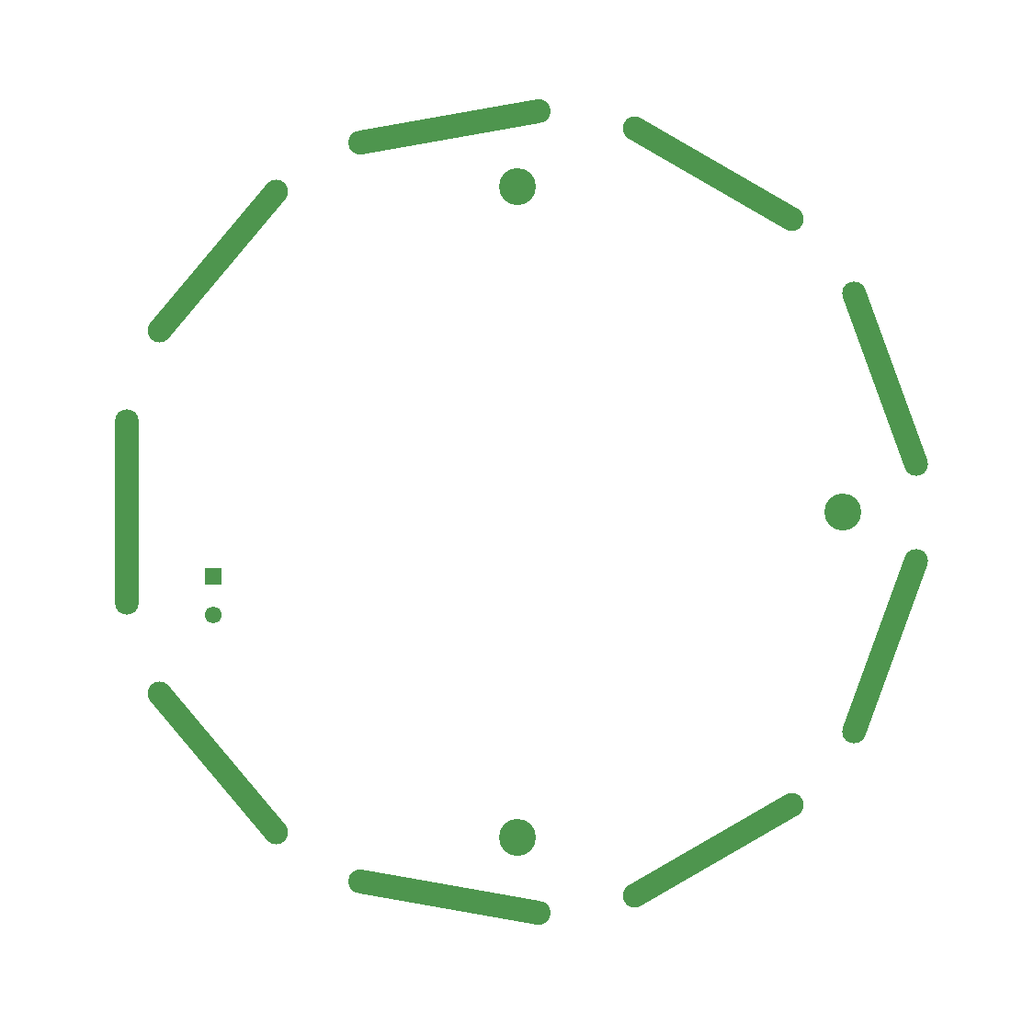
<source format=gts>
G04*
G04 #@! TF.GenerationSoftware,Altium Limited,Altium Designer,21.7.2 (23)*
G04*
G04 Layer_Color=8388736*
%FSTAX44Y44*%
%MOMM*%
G71*
G04*
G04 #@! TF.SameCoordinates,382B67D8-D4E2-4276-A31F-CACD3676A529*
G04*
G04*
G04 #@! TF.FilePolarity,Negative*
G04*
G01*
G75*
G04:AMPARAMS|DCode=11|XSize=2.2mm|YSize=18.9mm|CornerRadius=1.1mm|HoleSize=0mm|Usage=FLASHONLY|Rotation=320.000|XOffset=0mm|YOffset=0mm|HoleType=Round|Shape=RoundedRectangle|*
%AMROUNDEDRECTD11*
21,1,2.2000,16.7000,0,0,320.0*
21,1,0.0000,18.9000,0,0,320.0*
1,1,2.2000,-5.3673,-6.3965*
1,1,2.2000,-5.3673,-6.3965*
1,1,2.2000,5.3673,6.3965*
1,1,2.2000,5.3673,6.3965*
%
%ADD11ROUNDEDRECTD11*%
G04:AMPARAMS|DCode=12|XSize=2.2mm|YSize=18.9mm|CornerRadius=1.1mm|HoleSize=0mm|Usage=FLASHONLY|Rotation=240.000|XOffset=0mm|YOffset=0mm|HoleType=Round|Shape=RoundedRectangle|*
%AMROUNDEDRECTD12*
21,1,2.2000,16.7000,0,0,240.0*
21,1,0.0000,18.9000,0,0,240.0*
1,1,2.2000,-7.2313,4.1750*
1,1,2.2000,-7.2313,4.1750*
1,1,2.2000,7.2313,-4.1750*
1,1,2.2000,7.2313,-4.1750*
%
%ADD12ROUNDEDRECTD12*%
G04:AMPARAMS|DCode=13|XSize=2.2mm|YSize=18.9mm|CornerRadius=1.1mm|HoleSize=0mm|Usage=FLASHONLY|Rotation=160.000|XOffset=0mm|YOffset=0mm|HoleType=Round|Shape=RoundedRectangle|*
%AMROUNDEDRECTD13*
21,1,2.2000,16.7000,0,0,160.0*
21,1,0.0000,18.9000,0,0,160.0*
1,1,2.2000,2.8559,7.8464*
1,1,2.2000,2.8559,7.8464*
1,1,2.2000,-2.8559,-7.8464*
1,1,2.2000,-2.8559,-7.8464*
%
%ADD13ROUNDEDRECTD13*%
G04:AMPARAMS|DCode=14|XSize=2.2mm|YSize=18.9mm|CornerRadius=1.1mm|HoleSize=0mm|Usage=FLASHONLY|Rotation=80.000|XOffset=0mm|YOffset=0mm|HoleType=Round|Shape=RoundedRectangle|*
%AMROUNDEDRECTD14*
21,1,2.2000,16.7000,0,0,80.0*
21,1,0.0000,18.9000,0,0,80.0*
1,1,2.2000,8.2232,-1.4500*
1,1,2.2000,8.2232,-1.4500*
1,1,2.2000,-8.2232,1.4500*
1,1,2.2000,-8.2232,1.4500*
%
%ADD14ROUNDEDRECTD14*%
G04:AMPARAMS|DCode=15|XSize=2.2mm|YSize=18.9mm|CornerRadius=1.1mm|HoleSize=0mm|Usage=FLASHONLY|Rotation=0.000|XOffset=0mm|YOffset=0mm|HoleType=Round|Shape=RoundedRectangle|*
%AMROUNDEDRECTD15*
21,1,2.2000,16.7000,0,0,0.0*
21,1,0.0000,18.9000,0,0,0.0*
1,1,2.2000,0.0000,-8.3500*
1,1,2.2000,0.0000,-8.3500*
1,1,2.2000,0.0000,8.3500*
1,1,2.2000,0.0000,8.3500*
%
%ADD15ROUNDEDRECTD15*%
G04:AMPARAMS|DCode=16|XSize=2.2mm|YSize=18.9mm|CornerRadius=1.1mm|HoleSize=0mm|Usage=FLASHONLY|Rotation=280.000|XOffset=0mm|YOffset=0mm|HoleType=Round|Shape=RoundedRectangle|*
%AMROUNDEDRECTD16*
21,1,2.2000,16.7000,0,0,280.0*
21,1,0.0000,18.9000,0,0,280.0*
1,1,2.2000,-8.2232,-1.4500*
1,1,2.2000,-8.2232,-1.4500*
1,1,2.2000,8.2232,1.4500*
1,1,2.2000,8.2232,1.4500*
%
%ADD16ROUNDEDRECTD16*%
G04:AMPARAMS|DCode=17|XSize=2.2mm|YSize=18.9mm|CornerRadius=1.1mm|HoleSize=0mm|Usage=FLASHONLY|Rotation=200.000|XOffset=0mm|YOffset=0mm|HoleType=Round|Shape=RoundedRectangle|*
%AMROUNDEDRECTD17*
21,1,2.2000,16.7000,0,0,200.0*
21,1,0.0000,18.9000,0,0,200.0*
1,1,2.2000,-2.8559,7.8464*
1,1,2.2000,-2.8559,7.8464*
1,1,2.2000,2.8559,-7.8464*
1,1,2.2000,2.8559,-7.8464*
%
%ADD17ROUNDEDRECTD17*%
G04:AMPARAMS|DCode=18|XSize=2.2mm|YSize=18.9mm|CornerRadius=1.1mm|HoleSize=0mm|Usage=FLASHONLY|Rotation=120.000|XOffset=0mm|YOffset=0mm|HoleType=Round|Shape=RoundedRectangle|*
%AMROUNDEDRECTD18*
21,1,2.2000,16.7000,0,0,120.0*
21,1,0.0000,18.9000,0,0,120.0*
1,1,2.2000,7.2313,4.1750*
1,1,2.2000,7.2313,4.1750*
1,1,2.2000,-7.2313,-4.1750*
1,1,2.2000,-7.2313,-4.1750*
%
%ADD18ROUNDEDRECTD18*%
G04:AMPARAMS|DCode=19|XSize=2.2mm|YSize=18.9mm|CornerRadius=1.1mm|HoleSize=0mm|Usage=FLASHONLY|Rotation=40.000|XOffset=0mm|YOffset=0mm|HoleType=Round|Shape=RoundedRectangle|*
%AMROUNDEDRECTD19*
21,1,2.2000,16.7000,0,0,40.0*
21,1,0.0000,18.9000,0,0,40.0*
1,1,2.2000,5.3673,-6.3965*
1,1,2.2000,5.3673,-6.3965*
1,1,2.2000,-5.3673,6.3965*
1,1,2.2000,-5.3673,6.3965*
%
%ADD19ROUNDEDRECTD19*%
%ADD20C,1.5532*%
%ADD21R,1.5532X1.5532*%
%ADD22C,3.4032*%
D11*
X-00275776Y00231404D02*
D03*
D12*
X0018Y00311769D02*
D03*
D13*
X00338289Y-00123127D02*
D03*
D14*
X-00062513Y-00354531D02*
D03*
D15*
X-0036Y0D02*
D03*
D16*
X-00062513Y00354531D02*
D03*
D17*
X00338289Y00123127D02*
D03*
D18*
X0018Y-00311769D02*
D03*
D19*
X-00275776Y-00231404D02*
D03*
D20*
X-002805Y-000945D02*
D03*
D21*
Y-000595D02*
D03*
D22*
X0Y003D02*
D03*
X003Y0D02*
D03*
X0Y-003D02*
D03*
M02*

</source>
